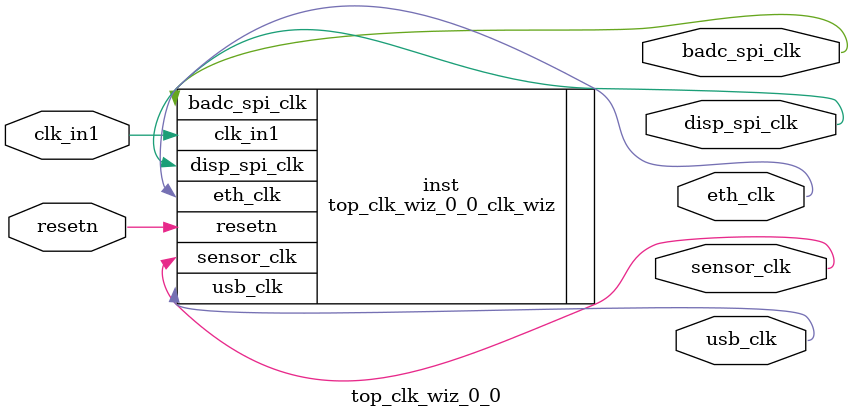
<source format=v>


`timescale 1ps/1ps

(* CORE_GENERATION_INFO = "top_clk_wiz_0_0,clk_wiz_v6_0_13_0_0,{component_name=top_clk_wiz_0_0,use_phase_alignment=true,use_min_o_jitter=false,use_max_i_jitter=false,use_dyn_phase_shift=false,use_inclk_switchover=false,use_dyn_reconfig=false,enable_axi=0,feedback_source=FDBK_AUTO,PRIMITIVE=PLL,num_out_clk=5,clkin1_period=10.000,clkin2_period=10.000,use_power_down=false,use_reset=true,use_locked=false,use_inclk_stopped=false,feedback_type=SINGLE,CLOCK_MGR_TYPE=NA,manual_override=false}" *)

module top_clk_wiz_0_0 
 (
  // Clock out ports
  output        eth_clk,
  output        usb_clk,
  output        badc_spi_clk,
  output        disp_spi_clk,
  output        sensor_clk,
  // Status and control signals
  input         resetn,
 // Clock in ports
  input         clk_in1
 );

  top_clk_wiz_0_0_clk_wiz inst
  (
  // Clock out ports  
  .eth_clk(eth_clk),
  .usb_clk(usb_clk),
  .badc_spi_clk(badc_spi_clk),
  .disp_spi_clk(disp_spi_clk),
  .sensor_clk(sensor_clk),
  // Status and control signals               
  .resetn(resetn), 
 // Clock in ports
  .clk_in1(clk_in1)
  );

endmodule

</source>
